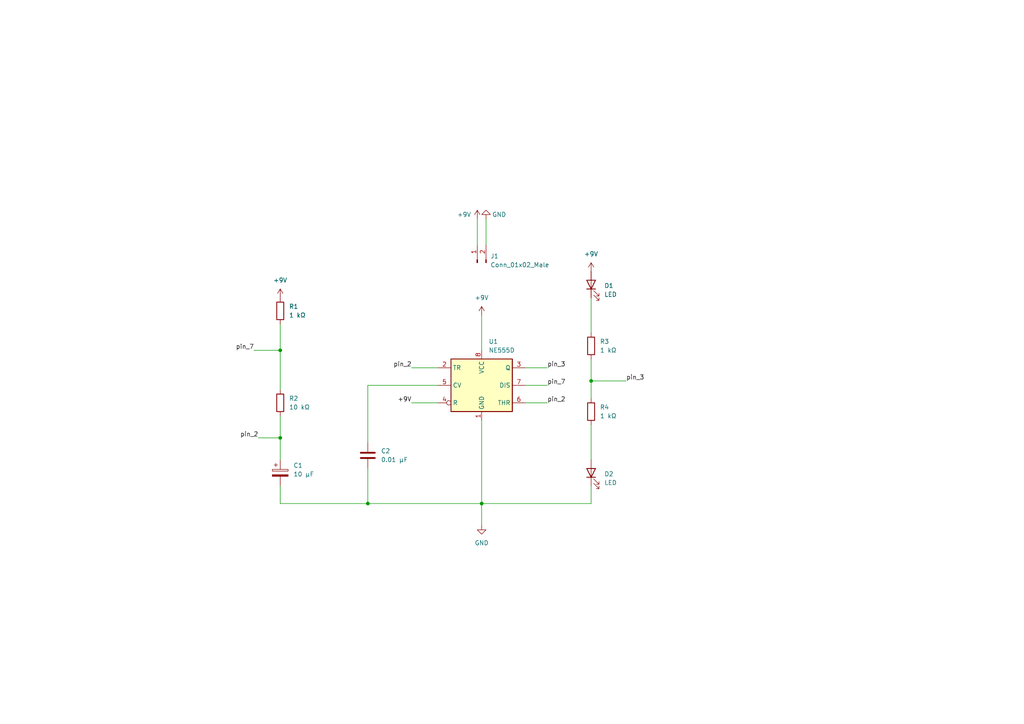
<source format=kicad_sch>
(kicad_sch (version 20211123) (generator eeschema)
  (paper "A4")
  (title_block (title "555 Timer Circuit"))
  (lib_symbols
    (symbol "Connector:Conn_01x02_Male" (pin_names (offset 1.016) hide)
      (property "Reference" "J" (at 0 2.54 0))
      (property "Value" "Conn_01x02_Male" (at 0 -5.08 0))
      (symbol "Conn_01x02_Male_1_1"
        (polyline (pts (xy 1.27 -2.54) (xy 0.8636 -2.54)) (stroke (width 0.1524)))
        (polyline (pts (xy 1.27 0) (xy 0.8636 0)) (stroke (width 0.1524)))
        (rectangle (start 0.8636 -2.413) (end 0 -2.667) (stroke (width 0.1524)) (fill (type outline)))
        (rectangle (start 0.8636 0.127) (end 0 -0.127) (stroke (width 0.1524)) (fill (type outline)))
        (pin passive line (at 5.08 0 180) (length 3.81) (name "Pin_1") (number "1"))
        (pin passive line (at 5.08 -2.54 180) (length 3.81) (name "Pin_2") (number "2"))
      )
    )
    (symbol "Device:C" (pin_numbers hide) (pin_names (offset 0.254))
      (property "Reference" "C" (at 0.635 2.54 0))
      (property "Value" "C" (at 0.635 -2.54 0))
      (symbol "C_0_1"
        (polyline (pts (xy -2.032 -0.762) (xy 2.032 -0.762)) (stroke (width 0.508)))
        (polyline (pts (xy -2.032 0.762) (xy 2.032 0.762)) (stroke (width 0.508)))
      )
      (symbol "C_1_1"
        (pin passive line (at 0 3.81 270) (length 2.794) (name "~") (number "1"))
        (pin passive line (at 0 -3.81 90) (length 2.794) (name "~") (number "2"))
      )
    )
    (symbol "Device:C_Polarized" (pin_numbers hide) (pin_names (offset 0.254))
      (property "Reference" "C" (at 0.635 2.54 0))
      (property "Value" "C_Polarized" (at 0.635 -2.54 0))
      (symbol "C_Polarized_0_1"
        (rectangle (start -2.286 0.508) (end 2.286 1.016))
        (polyline (pts (xy -1.778 2.286) (xy -0.762 2.286)))
        (polyline (pts (xy -1.27 2.794) (xy -1.27 1.778)))
        (rectangle (start 2.286 -0.508) (end -2.286 -1.016) (fill (type outline)))
      )
      (symbol "C_Polarized_1_1"
        (pin passive line (at 0 3.81 270) (length 2.794) (name "~") (number "1"))
        (pin passive line (at 0 -3.81 90) (length 2.794) (name "~") (number "2"))
      )
    )
    (symbol "Device:LED" (pin_numbers hide) (pin_names (offset 1.016) hide)
      (property "Reference" "D" (at 0 2.54 0))
      (property "Value" "LED" (at 0 -2.54 0))
      (symbol "LED_0_1"
        (polyline (pts (xy -1.27 -1.27) (xy -1.27 1.27)) (stroke (width 0.254)))
        (polyline (pts (xy -1.27 0) (xy 1.27 0)))
        (polyline (pts (xy 1.27 -1.27) (xy 1.27 1.27) (xy -1.27 0) (xy 1.27 -1.27)) (stroke (width 0.254)))
        (polyline (pts (xy -3.048 -0.762) (xy -4.572 -2.286) (xy -3.81 -2.286) (xy -4.572 -2.286) (xy -4.572 -1.524)))
        (polyline (pts (xy -1.778 -0.762) (xy -3.302 -2.286) (xy -2.54 -2.286) (xy -3.302 -2.286) (xy -3.302 -1.524)))
      )
      (symbol "LED_1_1"
        (pin passive line (at -3.81 0 0) (length 2.54) (name "K") (number "1"))
        (pin passive line (at 3.81 0 180) (length 2.54) (name "A") (number "2"))
      )
    )
    (symbol "Device:R" (pin_numbers hide) (pin_names (offset 0))
      (property "Reference" "R" (at 2.032 0 90))
      (property "Value" "R" (at 0 0 90))
      (symbol "R_0_1"
        (rectangle (start -1.016 -2.54) (end 1.016 2.54) (stroke (width 0.254)))
      )
      (symbol "R_1_1"
        (pin passive line (at 0 3.81 270) (length 1.27) (name "~") (number "1"))
        (pin passive line (at 0 -3.81 90) (length 1.27) (name "~") (number "2"))
      )
    )
    (symbol "Timer:NE555D"
      (property "Reference" "U" (at -10.16 8.89 0))
      (property "Value" "NE555D" (at 2.54 8.89 0))
      (symbol "NE555D_0_0"
        (pin power_in line (at 0 -10.16 90) (length 2.54) (name "GND") (number "1"))
        (pin power_in line (at 0 10.16 270) (length 2.54) (name "VCC") (number "8"))
      )
      (symbol "NE555D_0_1"
        (rectangle (start -8.89 -7.62) (end 8.89 7.62) (stroke (width 0.254)) (fill (type background)))
        (rectangle (start -8.89 -7.62) (end 8.89 7.62) (stroke (width 0.254)) (fill (type background)))
      )
      (symbol "NE555D_1_1"
        (pin input line (at -12.7 5.08 0) (length 3.81) (name "TR") (number "2"))
        (pin output line (at 12.7 5.08 180) (length 3.81) (name "Q") (number "3"))
        (pin input inverted (at -12.7 -5.08 0) (length 3.81) (name "R") (number "4"))
        (pin input line (at -12.7 0 0) (length 3.81) (name "CV") (number "5"))
        (pin input line (at 12.7 -5.08 180) (length 3.81) (name "THR") (number "6"))
        (pin input line (at 12.7 0 180) (length 3.81) (name "DIS") (number "7"))
      )
    )
    (symbol "power:+9V" (power) (pin_names (offset 0))
      (property "Value" "+9V" (at 0 3.556 0))
      (symbol "+9V_0_1"
        (polyline (pts (xy -0.762 1.27) (xy 0 2.54)))
        (polyline (pts (xy 0 0) (xy 0 2.54)))
        (polyline (pts (xy 0 2.54) (xy 0.762 1.27)))
      )
      (symbol "+9V_1_1"
        (pin power_in line (at 0 0 90) (length 0) hide (name "+9V") (number "1"))
      )
    )
    (symbol "power:GND" (power) (pin_names (offset 0))
      (property "Value" "GND" (at 0 -3.81 0))
      (symbol "GND_0_1"
        (polyline (pts (xy 0 0) (xy 0 -1.27) (xy 1.27 -1.27) (xy 0 -2.54) (xy -1.27 -1.27) (xy 0 -1.27)))
      )
      (symbol "GND_1_1"
        (pin power_in line (at 0 0 270) (length 0) hide (name "GND") (number "1"))
      )
    )
  )
  (junction (at 139.7 146.05))
  (junction (at 81.28 127))
  (junction (at 171.45 110.49))
  (junction (at 106.68 146.05))
  (junction (at 81.28 101.6))
  (wire (pts (xy 106.68 146.05) (xy 139.7 146.05)))
  (wire (pts (xy 139.7 91.44) (xy 139.7 101.6)))
  (wire (pts (xy 138.43 63.5) (xy 138.43 71.12)))
  (wire (pts (xy 140.97 63.5) (xy 140.97 71.12)))
  (wire (pts (xy 139.7 121.92) (xy 139.7 146.05)))
  (wire (pts (xy 139.7 146.05) (xy 171.45 146.05)))
  (wire (pts (xy 171.45 104.14) (xy 171.45 110.49)))
  (wire (pts (xy 171.45 110.49) (xy 171.45 115.57)))
  (wire (pts (xy 81.28 93.98) (xy 81.28 101.6)))
  (wire (pts (xy 81.28 120.65) (xy 81.28 127)))
  (wire (pts (xy 171.45 140.97) (xy 171.45 146.05)))
  (wire (pts (xy 152.4 111.76) (xy 158.75 111.76)))
  (wire (pts (xy 81.28 127) (xy 81.28 133.35)))
  (wire (pts (xy 106.68 135.89) (xy 106.68 146.05)))
  (wire (pts (xy 106.68 146.05) (xy 81.28 146.05)))
  (wire (pts (xy 171.45 110.49) (xy 181.61 110.49)))
  (wire (pts (xy 74.93 127) (xy 81.28 127)))
  (wire (pts (xy 127 111.76) (xy 106.68 111.76)))
  (wire (pts (xy 73.66 101.6) (xy 81.28 101.6)))
  (wire (pts (xy 139.7 146.05) (xy 139.7 152.4)))
  (wire (pts (xy 152.4 116.84) (xy 158.75 116.84)))
  (wire (pts (xy 119.38 106.68) (xy 127 106.68)))
  (wire (pts (xy 81.28 140.97) (xy 81.28 146.05)))
  (wire (pts (xy 106.68 111.76) (xy 106.68 128.27)))
  (wire (pts (xy 81.28 101.6) (xy 81.28 113.03)))
  (wire (pts (xy 152.4 106.68) (xy 158.75 106.68)))
  (wire (pts (xy 171.45 123.19) (xy 171.45 133.35)))
  (wire (pts (xy 171.45 86.36) (xy 171.45 96.52)))
  (wire (pts (xy 119.38 116.84) (xy 127 116.84)))
  (label "pin_2" (at 74.93 127 180))
  (label "pin_7" (at 73.66 101.6 180))
  (label "pin_2" (at 119.38 106.68 180))
  (label "pin_7" (at 158.75 111.76 0))
  (label "+9V" (at 119.38 116.84 180))
  (label "pin_3" (at 158.75 106.68 0))
  (label "pin_2" (at 158.75 116.84 0))
  (label "pin_3" (at 181.61 110.49 0))
  (symbol (lib_id "power:+9V") (at 138.43 63.5 0) (unit 1)
    (property "Reference" "#PWR0102" (effects hide))
    (property "Value" "+9V" (at 134.62 62.23 0))
  )
  (symbol (lib_id "Device:R") (at 171.45 119.38 180) (unit 1)
    (property "Reference" "R4" (at 173.99 118.1099 0) (effects (justify right)))
    (property "Value" "1 kΩ" (at 173.99 120.6499 0) (effects (justify right)))
    (property "Footprint" "Resistor_SMD:R_0805_2012Metric_Pad1.20x1.40mm_HandSolder" (effects hide))
  )
  (symbol (lib_id "Device:LED") (at 171.45 82.55 90) (unit 1)
    (property "Reference" "D1" (at 175.26 82.8674 90) (effects (justify right)))
    (property "Value" "LED" (at 175.26 85.4074 90) (effects (justify right)))
    (property "Footprint" "LED_SMD:LED_1206_3216Metric_Pad1.42x1.75mm_HandSolder" (effects hide))
  )
  (symbol (lib_id "Device:C") (at 106.68 132.08 0) (unit 1)
    (property "Reference" "C2" (at 110.49 130.8099 0) (effects (justify left)))
    (property "Value" "0.01 μF" (at 110.49 133.3499 0) (effects (justify left)))
    (property "Footprint" "Capacitor_SMD:C_0805_2012Metric_Pad1.18x1.45mm_HandSolder" (effects hide))
  )
  (symbol (lib_id "Device:C_Polarized") (at 81.28 137.16 0) (unit 1)
    (property "Reference" "C1" (at 85.09 135.0009 0) (effects (justify left)))
    (property "Value" "10 μF" (at 85.09 137.5409 0) (effects (justify left)))
    (property "Footprint" "Capacitor_Tantalum_SMD:CP_EIA-3216-18_Kemet-A_Pad1.58x1.35mm_HandSolder" (effects hide))
  )
  (symbol (lib_id "power:+9V") (at 171.45 78.74 0) (unit 1)
    (property "Reference" "#PWR0101" (effects hide))
    (property "Value" "+9V" (at 171.45 73.66 0))
  )
  (symbol (lib_id "Device:R") (at 81.28 116.84 180) (unit 1)
    (property "Reference" "R2" (at 83.82 115.5699 0) (effects (justify right)))
    (property "Value" "10 kΩ" (at 83.82 118.1099 0) (effects (justify right)))
    (property "Footprint" "Resistor_SMD:R_0805_2012Metric_Pad1.20x1.40mm_HandSolder" (effects hide))
  )
  (symbol (lib_id "power:+9V") (at 139.7 91.44 0) (unit 1)
    (property "Reference" "#PWR0103" (effects hide))
    (property "Value" "+9V" (at 139.7 86.36 0))
  )
  (symbol (lib_id "Device:R") (at 81.28 90.17 180) (unit 1)
    (property "Reference" "R1" (at 83.82 88.8999 0) (effects (justify right)))
    (property "Value" "1 kΩ" (at 83.82 91.4399 0) (effects (justify right)))
    (property "Footprint" "Resistor_SMD:R_0805_2012Metric_Pad1.20x1.40mm_HandSolder" (effects hide))
  )
  (symbol (lib_id "Device:LED") (at 171.45 137.16 90) (unit 1)
    (property "Reference" "D2" (at 175.26 137.4774 90) (effects (justify right)))
    (property "Value" "LED" (at 175.26 140.0174 90) (effects (justify right)))
    (property "Footprint" "LED_SMD:LED_1206_3216Metric_Pad1.42x1.75mm_HandSolder" (effects hide))
  )
  (symbol (lib_id "Device:R") (at 171.45 100.33 180) (unit 1)
    (property "Reference" "R3" (at 173.99 99.0599 0) (effects (justify right)))
    (property "Value" "1 kΩ" (at 173.99 101.5999 0) (effects (justify right)))
    (property "Footprint" "Resistor_SMD:R_0805_2012Metric_Pad1.20x1.40mm_HandSolder" (effects hide))
  )
  (symbol (lib_id "power:+9V") (at 81.28 86.36 0) (unit 1)
    (property "Reference" "#PWR0106" (effects hide))
    (property "Value" "+9V" (at 81.28 81.28 0))
  )
  (symbol (lib_id "power:GND") (at 139.7 152.4 0) (unit 1)
    (property "Reference" "#PWR0105" (effects hide))
    (property "Value" "GND" (at 139.7 157.48 0))
  )
  (symbol (lib_id "Timer:NE555D") (at 139.7 111.76 0) (unit 1)
    (property "Reference" "U1" (at 141.7194 99.06 0) (effects (justify left)))
    (property "Value" "NE555D" (at 141.7194 101.6 0) (effects (justify left)))
    (property "Footprint" "Package_SO:SOIC-8-1EP_3.9x4.9mm_P1.27mm_EP2.29x3mm" (effects hide))
    (property "Datasheet" "http://www.ti.com/lit/ds/symlink/ne555.pdf" (effects hide))
  )
  (symbol (lib_id "Connector:Conn_01x02_Male") (at 138.43 76.2 90) (unit 1)
    (property "Reference" "J1" (at 142.24 74.2949 90) (effects (justify right)))
    (property "Value" "Conn_01x02_Male" (at 142.24 76.8349 90) (effects (justify right)))
    (property "Footprint" "TerminalBlock:TerminalBlock_bornier-2_P5.08mm" (effects hide))
  )
  (symbol (lib_id "power:GND") (at 140.97 63.5 0) (mirror x) (unit 1)
    (property "Reference" "#PWR0104" (effects hide))
    (property "Value" "GND" (at 144.78 62.23 0))
  )
)
</source>
